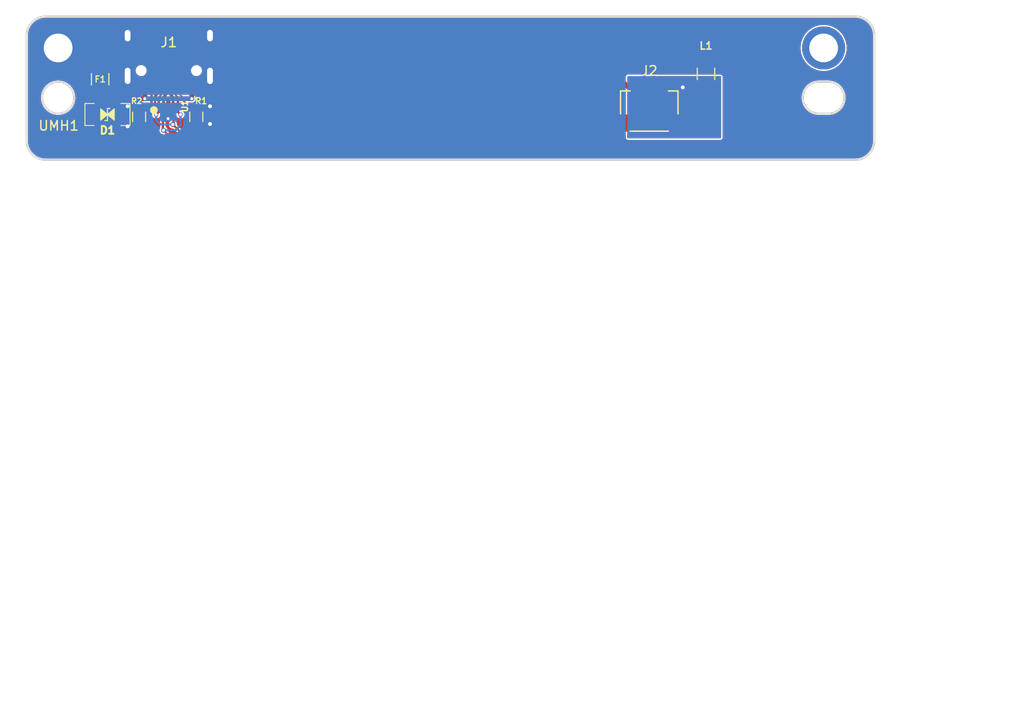
<source format=kicad_pcb>
(kicad_pcb (version 20211014) (generator pcbnew)
  (title_block (title "Unified Daughterboard") (date "2020-03-22") (rev "C3") (company "Designed by the keyboard community"))
  (layers (0 "F.Cu" signal) (31 "B.Cu" signal) (34 "B.Paste" user) (35 "F.Paste" user) (36 "B.SilkS" user "B.Silkscreen") (37 "F.SilkS" user "F.Silkscreen") (38 "B.Mask" user) (39 "F.Mask" user) (44 "Edge.Cuts" user))
  (net 0 "")
  (net 1 "GND")
  (net 2 "VCC")
  (net 3 "GNDPWR")
  (net 5 "Net-(J1-PadA5)")
  (net 6 "DA+")
  (net 7 "Net-(J1-PadB5)")
  (net 9 "DA-")
  (net 10 "VBUS")
  (net 11 "DB-")
  (net 12 "DB+")
  (footprint "Fuse:Fuse_1206_3216Metric" (layer "F.Cu") (at 7.6877 6.62 -90)
    (fp_text reference "F1" (at 0 0) (layer "F.SilkS") (effects (font (size 0.635 0.635) (thickness 0.127))))
    (fp_text value "ASMD1206-150")
    (fp_line (start -0.602064 -0.91) (end 0.602064 -0.91) (layer "F.SilkS") (width 0.12))
    (fp_line (start -0.602064 0.91) (end 0.602064 0.91) (layer "F.SilkS") (width 0.12))
    (pad "1" smd roundrect locked (at -1.4 0 270) (size 1.25 1.75) (layers "F.Cu" "F.Paste" "F.Mask") (roundrect_rratio 0.2) (net 10 "VBUS"))
    (pad "2" smd roundrect locked (at 1.4 0 270) (size 1.25 1.75) (layers "F.Cu" "F.Paste" "F.Mask") (roundrect_rratio 0.2) (net 2 "VCC"))
  )
  (footprint "Resistors_SMD:R_0603" (layer "F.Cu") (at 17.7207 10.542 -90)
    (fp_text reference "R1" (at -1.651 -0.508) (layer "F.SilkS") (effects (font (size 0.635 0.635) (thickness 0.127))))
    (fp_text value "5.1k")
    (fp_line (start -0.5 -0.68) (end 0.5 -0.68) (layer "F.SilkS") (width 0.12))
    (fp_line (start 0.5 0.68) (end -0.5 0.68) (layer "F.SilkS") (width 0.12))
    (pad "1" smd rect locked (at -0.75 0 270) (size 0.5 0.9) (layers "F.Cu" "F.Paste" "F.Mask") (net 5 "Net-(J1-PadA5)"))
    (pad "2" smd rect locked (at 0.75 0 270) (size 0.5 0.9) (layers "F.Cu" "F.Paste" "F.Mask") (net 3 "GNDPWR"))
  )
  (footprint "nopun-keyboard-parts:Jushuo-AFC10-SO4QCC-00-4x1-SMD-connector" (layer "F.Cu") (at 65.0025 12.243)
    (fp_text reference "J2" (at 0 -6.5) (layer "F.SilkS"))
    (fp_text value "JST Connector")
    (fp_line (start 3 -4.4) (end 3 -2) (layer "F.SilkS") (width 0.15))
    (fp_line (start -3 -2) (end -3 -4.4) (layer "F.SilkS") (width 0.15))
    (fp_line (start -3 -4.4) (end -2 -4.4) (layer "F.SilkS") (width 0.15))
    (fp_line (start 2 -0.2) (end -2 -0.2) (layer "F.SilkS") (width 0.15))
    (fp_line (start 2 -4.4) (end 3 -4.4) (layer "F.SilkS") (width 0.15))
    (pad "" smd rect locked (at -2.8 -1.05) (size 1.2 1.8) (layers "F.Cu" "F.Paste" "F.Mask"))
    (pad "" smd rect locked (at 2.8 -1.05) (size 1.2 1.8) (layers "F.Cu" "F.Paste" "F.Mask"))
    (pad "1" smd rect locked (at -1.5 -4.775) (size 0.6 1.55) (layers "F.Cu" "F.Paste" "F.Mask") (net 2 "VCC"))
    (pad "2" smd rect locked (at -0.5 -4.775) (size 0.6 1.55) (layers "F.Cu" "F.Paste" "F.Mask") (net 9 "DA-"))
    (pad "3" smd rect locked (at 0.5 -4.775) (size 0.6 1.55) (layers "F.Cu" "F.Paste" "F.Mask") (net 6 "DA+"))
    (pad "4" smd rect locked (at 1.5 -4.775) (size 0.6 1.55) (layers "F.Cu" "F.Paste" "F.Mask") (net 1 "GND"))
  )
  (footprint "Inductor_SMD:L_1206_3216Metric" (layer "F.Cu") (at 70.9225 6.063 90)
    (fp_text reference "L1" (at 2.936 0) (layer "F.SilkS") (effects (font (size 0.762 0.762) (thickness 0.1524))))
    (fp_text value "60R@100MHz")
    (fp_line (start -0.602064 -0.91) (end 0.602064 -0.91) (layer "F.SilkS") (width 0.12))
    (fp_line (start -0.602064 0.91) (end 0.602064 0.91) (layer "F.SilkS") (width 0.12))
    (pad "1" smd roundrect locked (at -1.4 0 90) (size 1.25 1.75) (layers "F.Cu" "F.Paste" "F.Mask") (roundrect_rratio 0.2) (net 1 "GND"))
    (pad "2" smd roundrect locked (at 1.4 0 90) (size 1.25 1.75) (layers "F.Cu" "F.Paste" "F.Mask") (roundrect_rratio 0.2) (net 3 "GNDPWR"))
  )
  (footprint "nopun-keyboard-parts:leopold_db_trimmer" (layer "F.Cu") (at 0 0)
    (fp_text reference "UMH1" (at 3.3525 11.473 unlocked) (layer "F.SilkS"))
    (fp_text value "Outline")
    (fp_line (start 88.5 2.05) (end 88.5 13.05) (layer "Edge.Cuts") (width 0.2))
    (fp_line (start 0 13.05) (end 0 2.05) (layer "Edge.Cuts") (width 0.2))
    (fp_line (start 82.699999 6.9) (end 83.7 6.9) (layer "Edge.Cuts") (width 0.2))
    (fp_line (start 83.7 10.2) (end 82.699999 10.2) (layer "Edge.Cuts") (width 0.2))
    (fp_line (start 2 0.05) (end 86.5 0.05) (layer "Edge.Cuts") (width 0.2))
    (fp_line (start 86.5 15.05) (end 2 15.05) (layer "Edge.Cuts") (width 0.2))
    (fp_arc (start 86.5 0.05) (mid 87.914214 0.635786) (end 88.5 2.05) (layer "Edge.Cuts") (width 0.2))
    (fp_arc (start 88.5 13.05) (mid 87.914214 14.464214) (end 86.5 15.05) (layer "Edge.Cuts") (width 0.2))
    (fp_arc (start 82.699999 10.2) (mid 81.05 8.55) (end 82.699999 6.9) (layer "Edge.Cuts") (width 0.2))
    (fp_arc (start 2 15.05) (mid 0.585786 14.464214) (end 0 13.05) (layer "Edge.Cuts") (width 0.2))
    (fp_arc (start 83.7 6.9) (mid 85.35 8.55) (end 83.7 10.2) (layer "Edge.Cuts") (width 0.2))
    (fp_arc (start 0 2.05) (mid 0.585786 0.635786) (end 2 0.05) (layer "Edge.Cuts") (width 0.2))
    (fp_circle (center 3.3 8.55) (end 4.95 8.55) (layer "Edge.Cuts") (width 0.2) (fill none))
    (pad "1" thru_hole circle (at 3.3 3.35) (size 4.5 4.5) (drill 3) (layers *.Cu *.Mask) (net 3 "GNDPWR"))
    (pad "2" thru_hole circle (at 83.2 3.35) (size 4.5 4.5) (drill 3) (layers *.Cu *.Mask))
  )
  (footprint "acheron_Connectors:TYPE-C-31-M-12" (layer "F.Cu") (at 14.8525 7.7655 180)
    (fp_text reference "J1" (at 0 5) (layer "F.SilkS"))
    (fp_text value "TYPE-C-31-M12_13")
    (pad "" np_thru_hole circle locked (at 2.89 2.051 180) (size 0.65 0.65) (drill 0.65) (layers *.Cu *.Mask))
    (pad "" np_thru_hole circle locked (at -2.89 2.051 180) (size 0.65 0.65) (drill 0.65) (layers *.Cu *.Mask))
    (pad "A1" smd roundrect locked (at -3.25 1.275 180) (size 0.6 1.45) (drill (offset 0 -0.55)) (layers "F.Cu" "F.Paste" "F.Mask") (net 3 "GNDPWR"))
    (pad "A4" smd roundrect locked (at -2.45 1.275 180) (size 0.6 1.45) (drill (offset 0 -0.55)) (layers "F.Cu" "F.Paste" "F.Mask") (net 10 "VBUS"))
    (pad "A5" smd roundrect locked (at -1.25 1.275 180) (size 0.3 1.45) (drill (offset 0 -0.55)) (layers "F.Cu" "F.Paste" "F.Mask") (net 5 "Net-(J1-PadA5)"))
    (pad "A6" smd roundrect locked (at -0.254 1.275 180) (size 0.3 1.45) (drill (offset 0 -0.55)) (layers "F.Cu" "F.Paste" "F.Mask") (net 6 "DA+"))
    (pad "A7" smd roundrect locked (at 0.25 1.275 180) (size 0.3 1.45) (drill (offset 0 -0.55)) (layers "F.Cu" "F.Paste" "F.Mask") (net 9 "DA-"))
    (pad "A8" smd roundrect locked (at 1.25 1.275 180) (size 0.3 1.45) (drill (offset 0 -0.55)) (layers "F.Cu" "F.Paste" "F.Mask"))
    (pad "B1" smd roundrect locked (at 3.25 1.275 180) (size 0.6 1.45) (drill (offset 0 -0.55)) (layers "F.Cu" "F.Paste" "F.Mask") (net 3 "GNDPWR"))
    (pad "B4" smd roundrect locked (at 2.45 1.275 180) (size 0.6 1.45) (drill (offset 0 -0.55)) (layers "F.Cu" "F.Paste" "F.Mask") (net 10 "VBUS"))
    (pad "B5" smd roundrect locked (at 1.75 1.275 180) (size 0.3 1.45) (drill (offset 0 -0.55)) (layers "F.Cu" "F.Paste" "F.Mask") (net 7 "Net-(J1-PadB5)"))
    (pad "B6" smd roundrect locked (at 0.75 1.275 180) (size 0.3 1.45) (drill (offset 0 -0.55)) (layers "F.Cu" "F.Paste" "F.Mask") (net 12 "DB+"))
    (pad "B7" smd roundrect locked (at -0.75 1.275 180) (size 0.3 1.45) (drill (offset 0 -0.55)) (layers "F.Cu" "F.Paste" "F.Mask") (net 11 "DB-"))
    (pad "B8" smd roundrect locked (at -1.75 1.275 180) (size 0.3 1.45) (drill (offset 0 -0.55)) (layers "F.Cu" "F.Paste" "F.Mask"))
    (pad "S" thru_hole oval locked (at -4.3 5.7 180) (size 1.3 1.9) (drill oval 0.6 1.2) (layers *.Cu *.Mask) (net 3 "GNDPWR"))
    (pad "S" thru_hole oval locked (at -4.3 1.5 180) (size 1.1 2.2) (drill oval 0.6 1.7) (layers *.Cu *.Mask) (net 3 "GNDPWR"))
    (pad "S" thru_hole oval locked (at 4.3 1.5 180) (size 1.1 2.2) (drill oval 0.6 1.7) (layers *.Cu *.Mask) (net 3 "GNDPWR"))
    (pad "S" thru_hole oval locked (at 4.3 5.7 180) (size 1.3 1.9) (drill oval 0.6 1.2) (layers *.Cu *.Mask) (net 3 "GNDPWR"))
  )
  (footprint "acheron_Components:D_SOD-123_Bidirectional" (layer "F.Cu") (at 8.4497 10.303 180)
    (fp_text reference "D1" (at 0 -1.651 180) (layer "F.SilkS") (effects (font (size 0.8 0.8) (thickness 0.2))))
    (fp_text value "SMF9.0CA")
    (fp_line (start 0 0.635) (end 0 -0.635) (layer "F.SilkS") (width 0.12))
    (fp_line (start -2.35 1.15) (end -1.4 1.15) (layer "F.SilkS") (width 0.1016))
    (fp_line (start 2.35 -1.15) (end 1.4 -1.15) (layer "F.SilkS") (width 0.1016))
    (fp_line (start 0 -0.635) (end 0.254 -0.635) (layer "F.SilkS") (width 0.12))
    (fp_line (start 2.35 1.15) (end 1.4 1.15) (layer "F.SilkS") (width 0.1016))
    (fp_line (start -2.35 -1.15) (end -1.4 -1.15) (layer "F.SilkS") (width 0.1016))
    (fp_line (start 2.35 -1.15) (end 2.35 1.15) (layer "F.SilkS") (width 0.1016))
    (fp_line (start -2.35 1.15) (end -2.35 -1.15) (layer "F.SilkS") (width 0.1016))
    (fp_line (start 0 0.635) (end -0.254 0.635) (layer "F.SilkS") (width 0.12))
    (fp_poly (pts (xy 0 0) (xy 0.711 -0.6) (xy 0.711 0.6)) (layer "F.SilkS") (width 0.1) (fill solid))
    (fp_poly (pts (xy 0 0) (xy -0.711 0.6) (xy -0.711 -0.6)) (layer "F.SilkS") (width 0.1) (fill solid))
    (pad "1" smd roundrect locked (at -1.65 0 180) (size 1 1.2) (layers "F.Cu" "F.Paste" "F.Mask") (net 3 "GNDPWR"))
    (pad "2" smd roundrect locked (at 1.65 0 180) (size 1 1.2) (layers "F.Cu" "F.Paste" "F.Mask") (net 2 "VCC"))
  )
  (footprint "Resistors_SMD:R_0603" (layer "F.Cu") (at 11.7517 10.542 -90)
    (fp_text reference "R2" (at -1.651 0.254 180) (layer "F.SilkS") (effects (font (size 0.5842 0.5842) (thickness 0.127))))
    (fp_text value "5.1k")
    (fp_line (start -0.5 -0.68) (end 0.5 -0.68) (layer "F.SilkS") (width 0.12))
    (fp_line (start 0.5 0.68) (end -0.5 0.68) (layer "F.SilkS") (width 0.12))
    (pad "1" smd rect locked (at -0.75 0 270) (size 0.5 0.9) (layers "F.Cu" "F.Paste" "F.Mask") (net 7 "Net-(J1-PadB5)"))
    (pad "2" smd rect locked (at 0.75 0 270) (size 0.5 0.9) (layers "F.Cu" "F.Paste" "F.Mask") (net 3 "GNDPWR"))
  )
  (footprint "acheron_Components:USON-10_2.5x1.0mm_P0.5mm" (layer "F.Cu") (at 14.7997 9.4394 90)
    (fp_text reference "U1" (at 0 1.7272 90) (layer "F.SilkS") (effects (font (size 0.6 0.6))))
    (fp_text value "TPD4E05U06DQAR")
    (fp_circle (center -0.4 -1.5) (end -0.4 -1.5) (layer "F.SilkS") (width 0.4) (fill none))
    (pad "1" smd roundrect locked (at -0.385 -1) (size 0.25 0.55) (layers "F.Cu" "F.Paste" "F.Mask") (roundrect_rratio 0.5) (net 12 "DB+"))
    (pad "2" smd rect locked (at -0.385 -0.5) (size 0.25 0.55) (layers "F.Cu" "F.Paste" "F.Mask") (net 9 "DA-"))
    (pad "3" smd rect locked (at -0.385 0) (size 0.3 0.55) (layers "F.Cu" "F.Paste" "F.Mask") (net 3 "GNDPWR"))
    (pad "4" smd rect locked (at -0.385 0.5) (size 0.25 0.55) (layers "F.Cu" "F.Paste" "F.Mask") (net 6 "DA+"))
    (pad "5" smd rect locked (at -0.385 1) (size 0.25 0.55) (layers "F.Cu" "F.Paste" "F.Mask") (net 11 "DB-"))
    (pad "6" smd rect locked (at 0.385 1) (size 0.25 0.55) (layers "F.Cu" "F.Paste" "F.Mask") (net 11 "DB-"))
    (pad "7" smd rect locked (at 0.385 0.5) (size 0.25 0.55) (layers "F.Cu" "F.Paste" "F.Mask") (net 6 "DA+"))
    (pad "8" smd rect locked (at 0.385 0) (size 0.3 0.55) (layers "F.Cu" "F.Paste" "F.Mask") (net 3 "GNDPWR"))
    (pad "9" smd rect locked (at 0.385 -0.5) (size 0.25 0.55) (layers "F.Cu" "F.Paste" "F.Mask") (net 9 "DA-"))
    (pad "10" smd rect locked (at 0.385 -1) (size 0.25 0.55) (layers "F.Cu" "F.Paste" "F.Mask") (net 12 "DB+"))
  )
  (footprint "nopun-keyboard-parts:NetTie-2_SMD_Tiny" (layer "B.Cu") (at 14.3225 11.343 180)
    (fp_text reference "NT2" hide)
    (fp_text value "NetTie_2" hide)
    (fp_poly (pts (xy -0.35 0.1) (xy 0.35 0.1) (xy 0.35 -0.1) (xy -0.35 -0.1)) (layer "B.Cu") (width 0) (fill solid))
    (pad "1" smd circle (at -0.35 0 180) (size 0.2 0.2) (layers "B.Cu") (net 6 "DA+"))
    (pad "2" smd circle (at 0.35 0 180) (size 0.2 0.2) (layers "B.Cu") (net 12 "DB+"))
  )
  (footprint "nopun-keyboard-parts:NetTie-2_SMD_Tiny" (layer "B.Cu") (at 15.1997 11.956)
    (fp_text reference "NT1" hide)
    (fp_text value "NetTie_2" hide)
    (fp_poly (pts (xy -0.35 0.1) (xy 0.35 0.1) (xy 0.35 -0.1) (xy -0.35 -0.1)) (layer "B.Cu") (width 0) (fill solid))
    (pad "1" smd circle (at -0.35 0) (size 0.2 0.2) (layers "B.Cu") (net 9 "DA-"))
    (pad "2" smd circle (at 0.35 0) (size 0.2 0.2) (layers "B.Cu") (net 11 "DB-"))
  )
  (segment (start 66.5025 7.468) (end 70.9175 7.468) (width 0.508) (layer "F.Cu") (net 1))
  (segment (start 70.9175 7.468) (end 70.9225 7.463) (width 0.508) (layer "F.Cu") (net 1))
  (via (at 68.4975 7.468) (size 0.8) (drill 0.4) (layers "F.Cu" "B.Cu") (net 1))
  (segment (start 6.9267 8.781) (end 7.6877 8.02) (width 0.508) (layer "F.Cu") (net 2))
  (segment (start 7.9025 13.223) (end 21.1025 13.223) (width 0.508) (layer "F.Cu") (net 2))
  (segment (start 6.7997 8.908) (end 7.6877 8.02) (width 0.508) (layer "F.Cu") (net 2))
  (segment (start 6.7997 10.303) (end 6.8425 10.3458) (width 0.508) (layer "F.Cu") (net 2))
  (segment (start 28.0225 6.303) (end 61.6625 6.303) (width 0.508) (layer "F.Cu") (net 2))
  (segment (start 21.1025 13.223) (end 28.0225 6.303) (width 0.508) (layer "F.Cu") (net 2))
  (segment (start 62.8275 7.468) (end 63.5025 7.468) (width 0.508) (layer "F.Cu") (net 2))
  (segment (start 6.8425 12.163) (end 7.9025 13.223) (width 0.508) (layer "F.Cu") (net 2))
  (segment (start 6.7997 10.303) (end 6.7997 8.908) (width 0.508) (layer "F.Cu") (net 2))
  (segment (start 6.8425 10.3458) (end 6.8425 12.163) (width 0.508) (layer "F.Cu") (net 2))
  (segment (start 61.6625 6.303) (end 62.8275 7.468) (width 0.508) (layer "F.Cu") (net 2))
  (segment (start 19.1525 11.293) (end 20.923684 11.293) (width 0.254) (layer "F.Cu") (net 3))
  (segment (start 10.5525 11.543) (end 10.8025 11.293) (width 0.254) (layer "F.Cu") (net 3))
  (segment (start 14.7997 9.8244) (end 14.7997 10.503) (width 0.254) (layer "F.Cu") (net 3))
  (segment (start 17.7217 11.293) (end 17.7207 11.292) (width 0.254) (layer "F.Cu") (net 3))
  (segment (start 11.6025 6.4905) (end 10.7775 6.4905) (width 0.254) (layer "F.Cu") (net 3))
  (segment (start 70.9225 4.663) (end 27.6225 4.663) (width 0.254) (layer "F.Cu") (net 3))
  (segment (start 19.1525 11.293) (end 17.7217 11.293) (width 0.254) (layer "F.Cu") (net 3))
  (segment (start 10.7775 6.4905) (end 10.5525 6.2655) (width 0.254) (layer "F.Cu") (net 3))
  (segment (start 10.5525 11.543) (end 10.1025 11.093) (width 0.254) (layer "F.Cu") (net 3))
  (segment (start 10.8025 11.293) (end 11.7507 11.293) (width 0.254) (layer "F.Cu") (net 3))
  (segment (start 10.1025 11.093) (end 10.1025 10.3058) (width 0.254) (layer "F.Cu") (net 3))
  (segment (start 14.7997 9.0544) (end 14.7997 9.8244) (width 0.254) (layer "F.Cu") (net 3))
  (segment (start 10.1025 10.3058) (end 10.0997 10.303) (width 0.254) (layer "F.Cu") (net 3))
  (segment (start 27.553684 4.663) (end 27.6225 4.663) (width 0.254) (layer "F.Cu") (net 3))
  (segment (start 18.9275 6.4905) (end 19.1525 6.2655) (width 0.254) (layer "F.Cu") (net 3))
  (segment (start 18.1025 6.4905) (end 18.9275 6.4905) (width 0.254) (layer "F.Cu") (net 3))
  (segment (start 20.923684 11.293) (end 27.553684 4.663) (width 0.254) (layer "F.Cu") (net 3))
  (segment (start 11.7507 11.293) (end 11.7517 11.292) (width 0.254) (layer "F.Cu") (net 3))
  (via (at 19.1525 9.443) (size 0.8) (drill 0.4) (layers "F.Cu" "B.Cu") (net 3))
  (via (at 14.7825 10.733) (size 0.45) (drill 0.3048) (layers "F.Cu" "B.Cu") (net 3))
  (via (at 10.5525 11.543) (size 0.8) (drill 0.4) (layers "F.Cu" "B.Cu") (net 3))
  (via (at 19.1525 11.293) (size 0.8) (drill 0.4) (layers "F.Cu" "B.Cu") (net 3))
  (via (at 10.5525 9.443) (size 0.8) (drill 0.4) (layers "F.Cu" "B.Cu") (net 3))
  (segment (start 10.703501 6.416501) (end 19.001499 6.416501) (width 0.254) (layer "B.Cu") (net 3))
  (segment (start 14.4525 10.733) (end 14.7825 10.733) (width 0.254) (layer "B.Cu") (net 3))
  (segment (start 13.443069 9.4394) (end 14.0791 10.075431) (width 0.254) (layer "B.Cu") (net 3))
  (segment (start 19.1525 2.0655) (end 19.1525 6.2655) (width 0.254) (layer "B.Cu") (net 3))
  (segment (start 10.5525 6.2655) (end 10.703501 6.416501) (width 0.254) (layer "B.Cu") (net 3))
  (segment (start 16.152731 9.443) (end 19.1525 9.443) (width 0.254) (layer "B.Cu") (net 3))
  (segment (start 10.5561 9.4394) (end 13.443069 9.4394) (width 0.254) (layer "B.Cu") (net 3))
  (segment (start 14.0791 10.3596) (end 14.4525 10.733) (width 0.254) (layer "B.Cu") (net 3))
  (segment (start 14.7825 10.733) (end 15.1025 10.733) (width 0.254) (layer "B.Cu") (net 3))
  (segment (start 19.001499 6.416501) (end 19.1525 6.2655) (width 0.254) (layer "B.Cu") (net 3))
  (segment (start 10.5525 2.0655) (end 10.5525 6.2655) (width 0.254) (layer "B.Cu") (net 3))
  (segment (start 3.3 3.35) (end 9.268 3.35) (width 0.254) (layer "B.Cu") (net 3))
  (segment (start 9.268 3.35) (end 10.5525 2.0655) (width 0.254) (layer "B.Cu") (net 3))
  (segment (start 19.1525 6.2655) (end 19.1525 9.443) (width 0.254) (layer "B.Cu") (net 3))
  (segment (start 10.5525 9.443) (end 10.5525 11.543) (width 0.254) (layer "B.Cu") (net 3))
  (segment (start 15.5203 10.3152) (end 15.5203 10.075431) (width 0.254) (layer "B.Cu") (net 3))
  (segment (start 15.1025 10.733) (end 15.5203 10.3152) (width 0.254) (layer "B.Cu") (net 3))
  (segment (start 10.5525 2.0655) (end 19.1525 2.0655) (width 0.254) (layer "B.Cu") (net 3))
  (segment (start 10.5525 6.2655) (end 10.5525 9.443) (width 0.254) (layer "B.Cu") (net 3))
  (segment (start 15.5203 10.075431) (end 16.152731 9.443) (width 0.254) (layer "B.Cu") (net 3))
  (segment (start 14.0791 10.075431) (end 14.0791 10.3596) (width 0.254) (layer "B.Cu") (net 3))
  (segment (start 10.5525 9.443) (end 10.5561 9.4394) (width 0.254) (layer "B.Cu") (net 3))
  (segment (start 19.1525 9.443) (end 19.1525 11.293) (width 0.254) (layer "B.Cu") (net 3))
  (segment (start 16.0517 7.651) (end 16.0517 7.802) (width 0.254) (layer "F.Cu") (net 5))
  (segment (start 17.0589 9.553) (end 16.3237 8.8178) (width 0.1524) (layer "F.Cu") (net 5))
  (segment (start 16.0497 8.253445) (end 16.0497 6.981) (width 0.1524) (layer "F.Cu") (net 5))
  (segment (start 16.0517 7.802) (end 16.028701 7.824999) (width 0.254) (layer "F.Cu") (net 5))
  (segment (start 16.3237 8.8178) (end 16.3237 8.527445) (width 0.1524) (layer "F.Cu") (net 5))
  (segment (start 16.3237 8.527445) (end 16.0497 8.253445) (width 0.1524) (layer "F.Cu") (net 5))
  (segment (start 17.7207 9.553) (end 17.0589 9.553) (width 0.1524) (layer "F.Cu") (net 5))
  (segment (start 15.2997 10.303) (end 15.2997 8.501828) (width 0.254) (layer "F.Cu") (net 6))
  (segment (start 15.3491 9.8738) (end 15.2997 9.8244) (width 0.254) (layer "F.Cu") (net 6))
  (segment (start 15.3491 11.2664) (end 15.3491 9.8738) (width 0.254) (layer "F.Cu") (net 6))
  (segment (start 65.5025 6.293) (end 65.5025 7.468) (width 0.254) (layer "F.Cu") (net 6))
  (segment (start 16.3425 12.013) (end 20.7425 12.013) (width 0.254) (layer "F.Cu") (net 6))
  (segment (start 15.2725 11.343) (end 15.3491 11.2664) (width 0.254) (layer "F.Cu") (net 6))
  (segment (start 27.5625 5.193) (end 64.4025 5.193) (width 0.254) (layer "F.Cu") (net 6))
  (segment (start 15.2997 10.303) (end 15.2997 9.0544) (width 0.254) (layer "F.Cu") (net 6))
  (segment (start 15.2725 11.343) (end 15.9425 12.013) (width 0.2) (layer "F.Cu") (net 6))
  (segment (start 15.9425 12.013) (end 16.3425 12.013) (width 0.2) (layer "F.Cu") (net 6))
  (segment (start 20.7425 12.013) (end 27.5625 5.193) (width 0.254) (layer "F.Cu") (net 6))
  (segment (start 15.2997 9.8244) (end 15.2997 8.501828) (width 0.1524) (layer "F.Cu") (net 6))
  (segment (start 64.4025 5.193) (end 65.5025 6.293) (width 0.254) (layer "F.Cu") (net 6))
  (segment (start 15.0537 8.255828) (end 15.2997 8.501828) (width 0.254) (layer "F.Cu") (net 6))
  (segment (start 15.0537 6.981) (end 15.0537 8.255828) (width 0.254) (layer "F.Cu") (net 6))
  (via (at 15.2725 11.343) (size 0.508) (drill 0.3048) (layers "F.Cu" "B.Cu") (net 6))
  (segment (start 14.6725 11.343) (end 15.2725 11.343) (width 0.2) (layer "B.Cu") (net 6))
  (segment (start 12.3747 9.792) (end 11.7517 9.792) (width 0.254) (layer "F.Cu") (net 7))
  (segment (start 13.0497 9.117) (end 12.3747 9.792) (width 0.254) (layer "F.Cu") (net 7))
  (segment (start 13.0497 6.981) (end 13.0497 9.117) (width 0.254) (layer "F.Cu") (net 7))
  (segment (start 13.0497 6.981) (end 13.0497 9.008) (width 0.1524) (layer "F.Cu") (net 7))
  (segment (start 63.9125 5.713) (end 64.5025 6.303) (width 0.2) (layer "F.Cu") (net 9))
  (segment (start 14.8717 12.523) (end 20.8925 12.523) (width 0.2) (layer "F.Cu") (net 9))
  (segment (start 14.2997 10.303) (end 14.2331 10.3696) (width 0.254) (layer "F.Cu") (net 9))
  (segment (start 14.2331 11.8844) (end 14.3017 11.953) (width 0.254) (layer "F.Cu") (net 9))
  (segment (start 14.2997 8.470432) (end 14.5497 8.220432) (width 0.254) (layer "F.Cu") (net 9))
  (segment (start 14.5497 8.220432) (end 14.5497 6.981) (width 0.254) (layer "F.Cu") (net 9))
  (segment (start 14.2997 10.303) (end 14.2997 9.8244) (width 0.254) (layer "F.Cu") (net 9))
  (segment (start 14.2997 8.501828) (end 14.2997 8.470432) (width 0.254) (layer "F.Cu") (net 9))
  (segment (start 14.2997 10.303) (end 14.2997 8.501828) (width 0.254) (layer "F.Cu") (net 9))
  (segment (start 14.2331 10.3696) (end 14.2331 11.8844) (width 0.254) (layer "F.Cu") (net 9))
  (segment (start 20.8925 12.523) (end 27.7025 5.713) (width 0.2) (layer "F.Cu") (net 9))
  (segment (start 14.2997 9.8244) (end 14.2997 8.501828) (width 0.1524) (layer "F.Cu") (net 9))
  (segment (start 14.3017 11.953) (end 14.8717 12.523) (width 0.2) (layer "F.Cu") (net 9))
  (segment (start 64.5025 6.303) (end 64.5025 7.468) (width 0.2) (layer "F.Cu") (net 9))
  (segment (start 27.7025 5.713) (end 63.9125 5.713) (width 0.2) (layer "F.Cu") (net 9))
  (via (at 14.3017 11.953) (size 0.508) (drill 0.3048) (layers "F.Cu" "B.Cu") (net 9))
  (segment (start 14.3047 11.956) (end 14.3017 11.953) (width 0.2) (layer "B.Cu") (net 9))
  (segment (start 14.8497 11.956) (end 14.3047 11.956) (width 0.2) (layer "B.Cu") (net 9))
  (segment (start 8.92168 5.22) (end 9.56869 5.86701) (width 0.508) (layer "F.Cu") (net 10))
  (segment (start 12.3497 8.652) (end 10.529054 8.652) (width 0.508) (layer "F.Cu") (net 10))
  (segment (start 17.2497 8.30848) (end 17.2497 8.652) (width 0.508) (layer "F.Cu") (net 10))
  (segment (start 10.529054 8.652) (end 9.56869 7.691636) (width 0.508) (layer "F.Cu") (net 10))
  (segment (start 12.3497 8.30848) (end 12.3497 8.652) (width 0.508) (layer "F.Cu") (net 10))
  (segment (start 9.56869 7.691636) (end 9.56869 5.86701) (width 0.508) (layer "F.Cu") (net 10))
  (segment (start 17.2497 6.981) (end 17.2497 8.30848) (width 0.508) (layer "F.Cu") (net 10))
  (segment (start 12.3497 6.981) (end 12.3497 8.30848) (width 0.508) (layer "F.Cu") (net 10))
  (segment (start 7.6877 5.22) (end 8.92168 5.22) (width 0.508) (layer "F.Cu") (net 10))
  (via (at 12.3497 8.652) (size 0.508) (drill 0.3048) (layers "F.Cu" "B.Cu") (net 10))
  (via (at 17.2497 8.652) (size 0.508) (drill 0.3048) (layers "F.Cu" "B.Cu") (net 10))
  (segment (start 12.3497 8.652) (end 17.2497 8.652) (width 0.508) (layer "B.Cu") (net 10))
  (segment (start 15.7997 9.8244) (end 15.7997 8.501828) (width 0.1524) (layer "F.Cu") (net 11))
  (segment (start 15.5497 8.251828) (end 15.5497 6.981) (width 0.1524) (layer "F.Cu") (net 11))
  (segment (start 15.7997 8.501828) (end 15.5497 8.251828) (width 0.1524) (layer "F.Cu") (net 11))
  (segment (start 15.7997 10.033) (end 16.0697 10.303) (width 0.254) (layer "F.Cu") (net 11))
  (segment (start 15.7997 9.8244) (end 15.7997 10.033) (width 0.254) (layer "F.Cu") (net 11))
  (via (at 16.0697 10.303) (size 0.45) (drill 0.3048) (layers "F.Cu" "B.Cu") (net 11))
  (segment (start 16.0697 10.303) (end 16.0697 11.436) (width 0.254) (layer "B.Cu") (net 11))
  (segment (start 16.0697 11.436) (end 15.5497 11.956) (width 0.254) (layer "B.Cu") (net 11))
  (segment (start 14.0497 8.251828) (end 14.0497 6.981) (width 0.1524) (layer "F.Cu") (net 12))
  (segment (start 13.7997 9.8244) (end 13.7997 10.033) (width 0.254) (layer "F.Cu") (net 12))
  (segment (start 13.7997 10.033) (end 13.5297 10.303) (width 0.254) (layer "F.Cu") (net 12))
  (segment (start 13.7997 8.501828) (end 14.0497 8.251828) (width 0.1524) (layer "F.Cu") (net 12))
  (segment (start 13.7997 9.8244) (end 13.7997 8.501828) (width 0.1524) (layer "F.Cu") (net 12))
  (via (at 13.5297 10.303) (size 0.45) (drill 0.3048) (layers "F.Cu" "B.Cu") (net 12))
  (segment (start 13.5297 10.9002) (end 13.9725 11.343) (width 0.254) (layer "B.Cu") (net 12))
  (segment (start 13.5297 10.303) (end 13.5297 10.9002) (width 0.254) (layer "B.Cu") (net 12))
  (zone (net 1) (net_name "GND") (layers F&B.Cu) (priority 1) (connect_pads yes (clearance 0.1524)) (min_thickness 0.1524) (fill yes (thermal_gap 0.508) (thermal_bridge_width 0.508))
    (polygon (pts (xy 72.5025 12.793) (xy 62.7025 12.793) (xy 62.7025 6.293) (xy 72.5025 6.293)))
  )
  (zone (net 3) (net_name "GNDPWR") (layers F&B.Cu) (connect_pads yes (clearance 0.1524)) (min_thickness 0.1524) (fill yes (thermal_gap 0.508) (thermal_bridge_width 0.508))
    (polygon (pts (xy 100.0145 35.843) (xy -2.4755 35.843) (xy -2.4755 -1.657) (xy 100.0145 -1.657)))
  )
)
</source>
